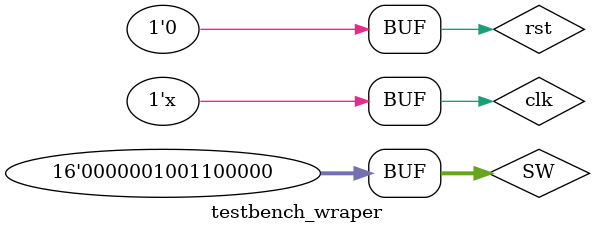
<source format=v>
`timescale 1ns / 1ps



module testbench_wraper();

reg clk = 0;
reg rst = 0;
reg [15:0] SW = 0;
wire [31:0] HEX;

wraper wraper_pro (.clk_i(clk),
                         .rst(rst),
                         .sw_i(SW),
                         .HEX(HEX));

always 
begin
    #5 clk = ~clk;
end

initial begin #5
    rst = 1; #202
    rst = 0;
    SW[15:0] = 16'b1001100000;
end

 
//-------------------------------------------------------

endmodule


</source>
